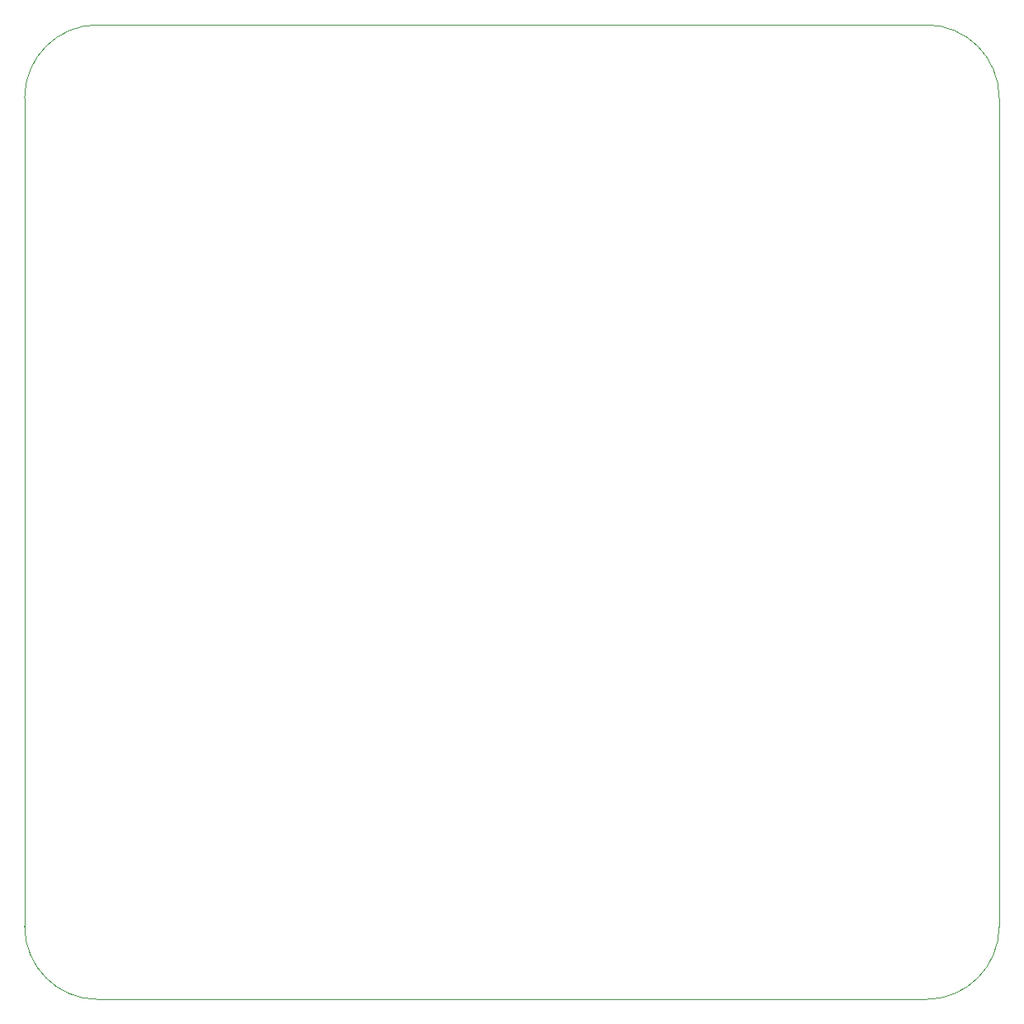
<source format=gbr>
%TF.GenerationSoftware,KiCad,Pcbnew,8.0.4*%
%TF.CreationDate,2024-07-29T13:43:04-05:00*%
%TF.ProjectId,DAQ-Bicineta,4441512d-4269-4636-996e-6574612e6b69,rev?*%
%TF.SameCoordinates,Original*%
%TF.FileFunction,Profile,NP*%
%FSLAX46Y46*%
G04 Gerber Fmt 4.6, Leading zero omitted, Abs format (unit mm)*
G04 Created by KiCad (PCBNEW 8.0.4) date 2024-07-29 13:43:04*
%MOMM*%
%LPD*%
G01*
G04 APERTURE LIST*
%TA.AperFunction,Profile*%
%ADD10C,0.050000*%
%TD*%
G04 APERTURE END LIST*
D10*
X100000000Y-142500000D02*
X100000000Y-57500000D01*
X100000000Y-57500000D02*
G75*
G02*
X107500000Y-50000000I7500000J0D01*
G01*
X200000000Y-57500000D02*
X200000000Y-142500000D01*
X200000000Y-142500000D02*
G75*
G02*
X192500000Y-150000000I-7500000J0D01*
G01*
X107500000Y-150000000D02*
G75*
G02*
X100000000Y-142500000I0J7500000D01*
G01*
X107500000Y-50000000D02*
X192500000Y-50000000D01*
X107500000Y-150000000D02*
X192500000Y-150000000D01*
X192500000Y-50000000D02*
G75*
G02*
X200000000Y-57500000I0J-7500000D01*
G01*
M02*

</source>
